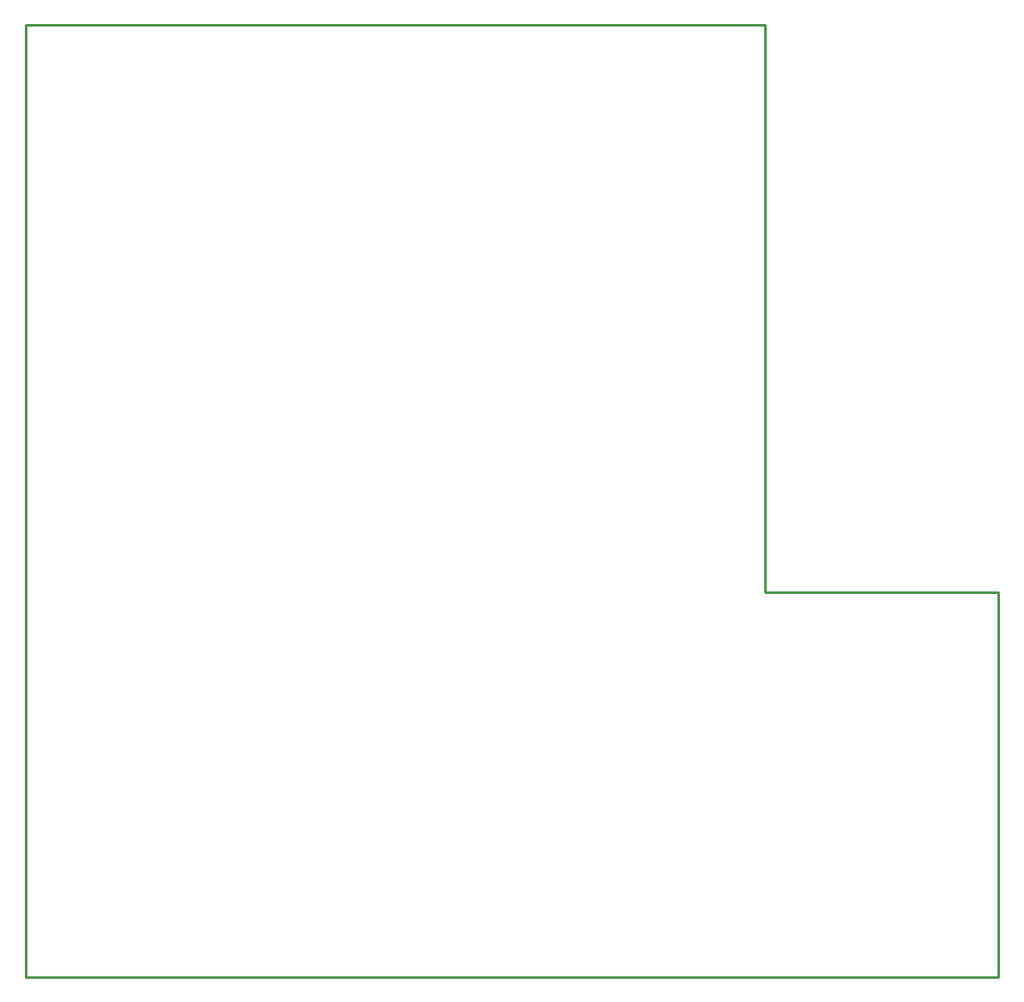
<source format=gko>
G04*
G04 #@! TF.GenerationSoftware,Altium Limited,Altium Designer,23.4.1 (23)*
G04*
G04 Layer_Color=16711935*
%FSLAX25Y25*%
%MOIN*%
G70*
G04*
G04 #@! TF.SameCoordinates,01ECF62D-24FD-4C24-98F2-6CFE089B3EF1*
G04*
G04*
G04 #@! TF.FilePolarity,Positive*
G04*
G01*
G75*
%ADD12C,0.01000*%
D12*
X0Y0D02*
X377953D01*
Y149606D01*
X287402D02*
X377953D01*
X287402D02*
Y370079D01*
X0D02*
X287402D01*
X0Y0D02*
Y370079D01*
M02*

</source>
